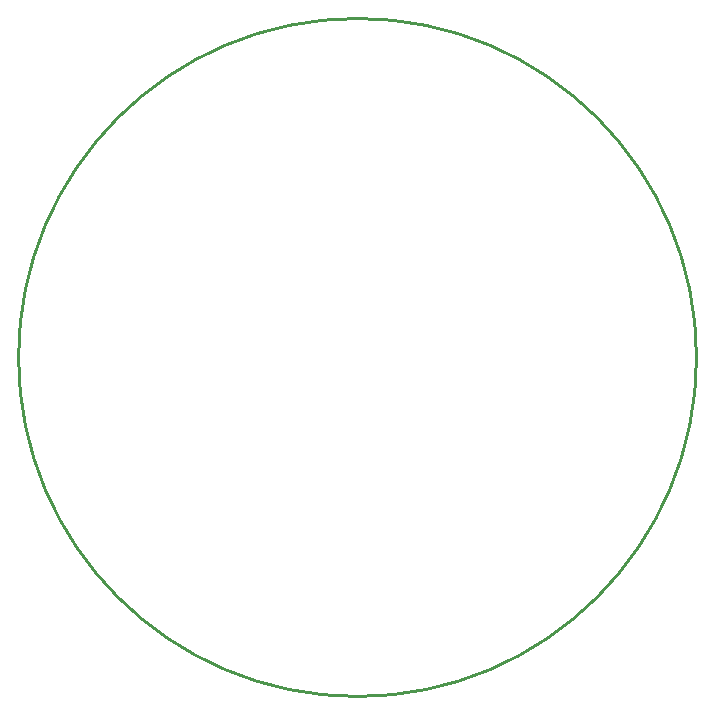
<source format=gm1>
G04 Layer_Color=11296232*
%FSLAX25Y25*%
%MOIN*%
G70*
G01*
G75*
%ADD68C,0.01000*%
D68*
X457500Y293500D02*
G03*
X457500Y293500I-113000J0D01*
G01*
M02*

</source>
